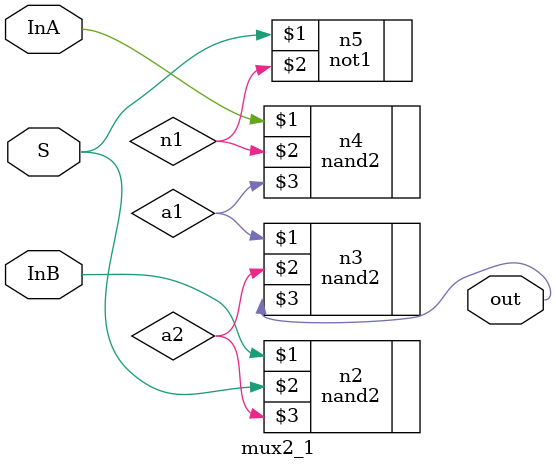
<source format=v>
`define FPGA_BUILD 1
`include "alu_definitions.v"
`include "decode_definitions.v"
`include "issue_definitions.v"
`include "lsu_definitions.v"
`include "global_definitions.v"
module mux2_1(InA,InB,S,out);
input InA,InB,S;
output out;
wire a1,a2,n1;

not1 n5(S,n1);
nand2 n4(InA,n1,a1);
nand2 n2(InB,S,a2);
nand2 n3(a1,a2,out);

endmodule

</source>
